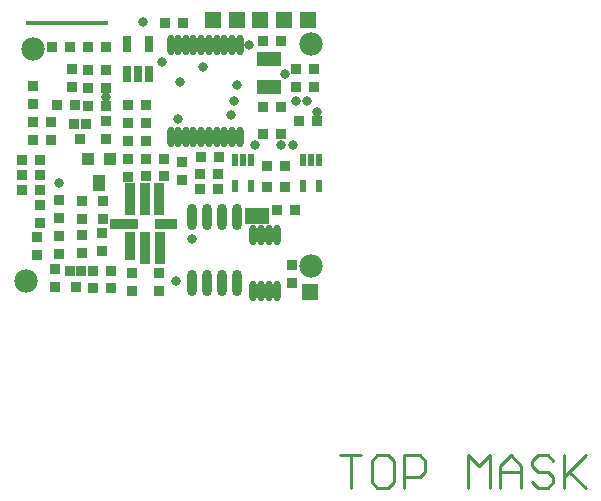
<source format=gts>
%FSLAX23Y23*%
%MOIN*%
G70*
G01*
G75*
G04 Layer_Color=8388736*
%ADD10O,0.024X0.080*%
%ADD11R,0.020X0.050*%
%ADD12R,0.024X0.024*%
%ADD13R,0.030X0.030*%
%ADD14R,0.030X0.030*%
%ADD15R,0.074X0.045*%
%ADD16R,0.036X0.050*%
%ADD17R,0.036X0.036*%
%ADD18R,0.075X0.043*%
%ADD19O,0.016X0.060*%
%ADD20R,0.024X0.100*%
%ADD21R,0.024X0.090*%
%ADD22R,0.070X0.024*%
%ADD23R,0.090X0.024*%
%ADD24O,0.016X0.060*%
%ADD25R,0.014X0.035*%
%ADD26R,0.025X0.030*%
%ADD27R,0.014X0.035*%
%ADD28C,0.010*%
%ADD29C,0.008*%
%ADD30C,0.012*%
%ADD31C,0.015*%
%ADD32C,0.025*%
%ADD33C,0.016*%
%ADD34C,0.020*%
%ADD35C,0.014*%
%ADD36C,0.006*%
%ADD37R,0.050X0.050*%
%ADD38C,0.070*%
%ADD39R,0.049X0.049*%
%ADD40C,0.024*%
%ADD41R,0.070X0.070*%
%ADD42R,0.140X0.140*%
%ADD43C,0.030*%
%ADD44R,0.273X0.018*%
%ADD45O,0.032X0.088*%
%ADD46R,0.028X0.058*%
%ADD47R,0.032X0.032*%
%ADD48R,0.038X0.038*%
%ADD49R,0.038X0.038*%
%ADD50R,0.082X0.053*%
%ADD51R,0.044X0.058*%
%ADD52R,0.044X0.044*%
%ADD53R,0.083X0.051*%
%ADD54O,0.024X0.068*%
%ADD55R,0.032X0.108*%
%ADD56R,0.032X0.098*%
%ADD57R,0.078X0.032*%
%ADD58R,0.098X0.032*%
%ADD59O,0.024X0.068*%
%ADD60R,0.022X0.043*%
%ADD61R,0.033X0.038*%
%ADD62R,0.022X0.043*%
%ADD63R,0.058X0.058*%
%ADD64C,0.078*%
%ADD65R,0.057X0.057*%
%ADD66C,0.032*%
D28*
X1123Y-81D02*
X1194D01*
X1159D01*
Y-188D01*
X1283Y-81D02*
X1247D01*
X1230Y-99D01*
Y-170D01*
X1247Y-188D01*
X1283D01*
X1301Y-170D01*
Y-99D01*
X1283Y-81D01*
X1336Y-188D02*
Y-81D01*
X1390D01*
X1407Y-99D01*
Y-135D01*
X1390Y-152D01*
X1336D01*
X1550Y-188D02*
Y-81D01*
X1585Y-117D01*
X1621Y-81D01*
Y-188D01*
X1656D02*
Y-117D01*
X1692Y-81D01*
X1727Y-117D01*
Y-188D01*
Y-135D01*
X1656D01*
X1834Y-99D02*
X1816Y-81D01*
X1781D01*
X1763Y-99D01*
Y-117D01*
X1781Y-135D01*
X1816D01*
X1834Y-152D01*
Y-170D01*
X1816Y-188D01*
X1781D01*
X1763Y-170D01*
X1869Y-81D02*
Y-188D01*
Y-152D01*
X1941Y-81D01*
X1887Y-135D01*
X1941Y-188D01*
D44*
X211Y1361D02*
D03*
D45*
X778Y495D02*
D03*
X678Y715D02*
D03*
X778D02*
D03*
X728D02*
D03*
X628D02*
D03*
X728Y495D02*
D03*
X678D02*
D03*
X628D02*
D03*
D46*
X411Y1191D02*
D03*
Y1291D02*
D03*
X486D02*
D03*
X448Y1191D02*
D03*
X486D02*
D03*
D47*
X241Y482D02*
D03*
X260Y533D02*
D03*
X221D02*
D03*
X276Y1025D02*
D03*
X257Y974D02*
D03*
X237Y1025D02*
D03*
D48*
X261Y766D02*
D03*
X520Y527D02*
D03*
X171Y481D02*
D03*
X961Y493D02*
D03*
X331Y766D02*
D03*
X1035Y1206D02*
D03*
X416Y908D02*
D03*
X330Y661D02*
D03*
X261Y655D02*
D03*
Y706D02*
D03*
Y595D02*
D03*
X186Y771D02*
D03*
X520Y467D02*
D03*
X430D02*
D03*
X330Y601D02*
D03*
X124Y695D02*
D03*
X111Y647D02*
D03*
X186Y711D02*
D03*
X111Y587D02*
D03*
X171Y541D02*
D03*
X124Y755D02*
D03*
X416Y848D02*
D03*
X1035Y1146D02*
D03*
X430Y527D02*
D03*
X331Y706D02*
D03*
X961Y553D02*
D03*
X229Y1147D02*
D03*
Y1207D02*
D03*
X99Y1032D02*
D03*
Y972D02*
D03*
X342Y1035D02*
D03*
X159Y972D02*
D03*
X342Y975D02*
D03*
X159Y1032D02*
D03*
X185Y651D02*
D03*
Y591D02*
D03*
X99Y1152D02*
D03*
Y1092D02*
D03*
X596Y896D02*
D03*
Y836D02*
D03*
X416Y1026D02*
D03*
Y966D02*
D03*
X976Y1206D02*
D03*
Y1146D02*
D03*
X476Y966D02*
D03*
Y1026D02*
D03*
D49*
X1045Y1035D02*
D03*
X300Y477D02*
D03*
X985Y1035D02*
D03*
X341Y1281D02*
D03*
X600Y1360D02*
D03*
X360Y477D02*
D03*
X299Y534D02*
D03*
X359D02*
D03*
X282Y1145D02*
D03*
Y1203D02*
D03*
Y1085D02*
D03*
X240Y1088D02*
D03*
X281Y1281D02*
D03*
X180Y1088D02*
D03*
X64Y805D02*
D03*
Y855D02*
D03*
Y904D02*
D03*
X342Y1085D02*
D03*
Y1145D02*
D03*
Y1203D02*
D03*
X124Y904D02*
D03*
Y805D02*
D03*
Y855D02*
D03*
X416Y1086D02*
D03*
X476D02*
D03*
X911Y736D02*
D03*
X971D02*
D03*
X476Y906D02*
D03*
X536D02*
D03*
Y851D02*
D03*
X476D02*
D03*
X716Y806D02*
D03*
X656D02*
D03*
Y856D02*
D03*
X716D02*
D03*
X925Y1080D02*
D03*
X865D02*
D03*
X925Y1300D02*
D03*
X865D02*
D03*
X540Y1360D02*
D03*
X221Y1281D02*
D03*
X161D02*
D03*
X940Y815D02*
D03*
X880D02*
D03*
Y885D02*
D03*
X940D02*
D03*
X660Y915D02*
D03*
X720D02*
D03*
D50*
X846Y718D02*
D03*
D51*
X318Y828D02*
D03*
D52*
X281Y908D02*
D03*
X356D02*
D03*
D53*
X885Y1148D02*
D03*
Y1242D02*
D03*
D54*
X834Y654D02*
D03*
X860Y467D02*
D03*
X885D02*
D03*
X834D02*
D03*
X911Y654D02*
D03*
X885D02*
D03*
X911Y467D02*
D03*
X860Y654D02*
D03*
D55*
X471Y612D02*
D03*
X521D02*
D03*
X520Y775D02*
D03*
X471Y774D02*
D03*
X421D02*
D03*
D56*
Y617D02*
D03*
D57*
X543Y690D02*
D03*
D58*
X401Y690D02*
D03*
D59*
X788Y979D02*
D03*
X634Y1286D02*
D03*
X737D02*
D03*
X660Y979D02*
D03*
X686D02*
D03*
X634D02*
D03*
X711Y1286D02*
D03*
X737Y979D02*
D03*
X762D02*
D03*
X788Y1286D02*
D03*
X558D02*
D03*
X583Y979D02*
D03*
X686Y1286D02*
D03*
X660D02*
D03*
X762D02*
D03*
X609D02*
D03*
X583D02*
D03*
X558Y979D02*
D03*
X711D02*
D03*
X609D02*
D03*
D60*
X799Y904D02*
D03*
X773D02*
D03*
Y818D02*
D03*
X825D02*
D03*
Y904D02*
D03*
X1000D02*
D03*
X1026D02*
D03*
X1000Y818D02*
D03*
X1052D02*
D03*
D61*
X865Y990D02*
D03*
X925D02*
D03*
D62*
X1052Y904D02*
D03*
D63*
X1024Y465D02*
D03*
D64*
X1026Y550D02*
D03*
X76Y501D02*
D03*
X98Y1275D02*
D03*
X1025Y1290D02*
D03*
D65*
X1015Y1370D02*
D03*
X936D02*
D03*
X857D02*
D03*
X779D02*
D03*
X700D02*
D03*
D66*
X186Y828D02*
D03*
X342Y1114D02*
D03*
X576Y502D02*
D03*
X467Y1364D02*
D03*
X583Y1042D02*
D03*
X925Y955D02*
D03*
X840D02*
D03*
X965D02*
D03*
X760Y1055D02*
D03*
X770Y1100D02*
D03*
X590Y1165D02*
D03*
X819Y1286D02*
D03*
X1045Y1065D02*
D03*
X530Y1230D02*
D03*
X1013Y1100D02*
D03*
X780Y1155D02*
D03*
X975Y1100D02*
D03*
X628Y640D02*
D03*
X665Y1215D02*
D03*
X940Y1190D02*
D03*
M02*

</source>
